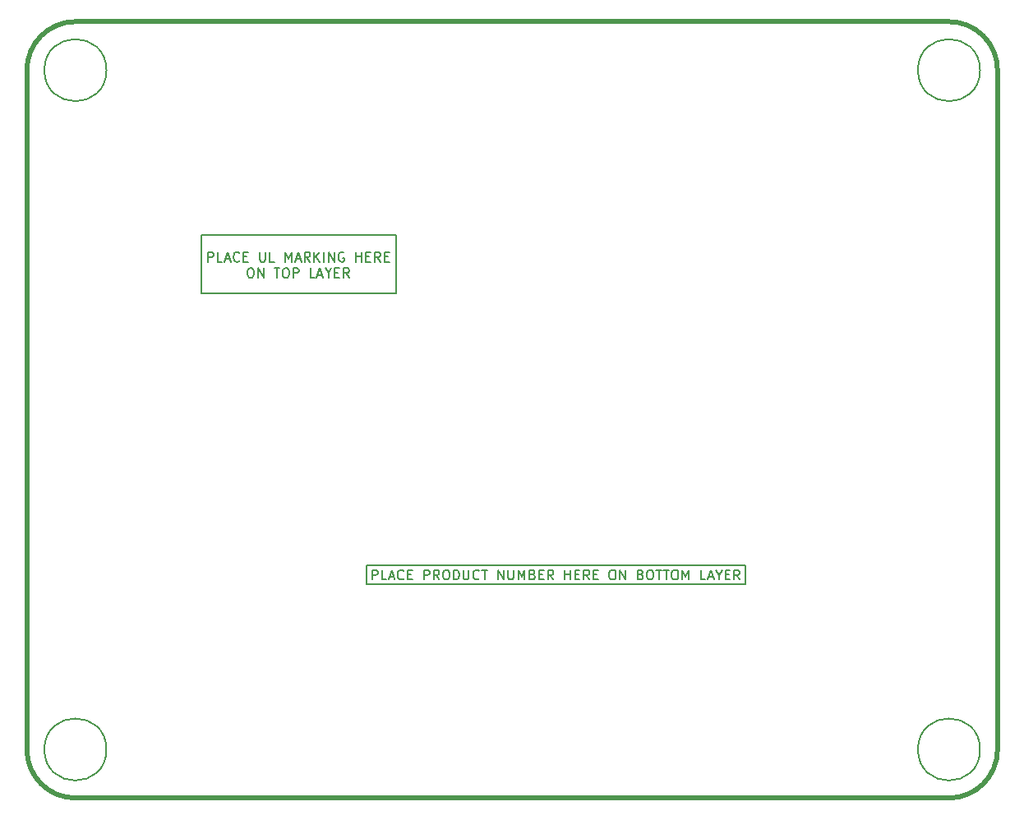
<source format=gbr>
G04 #@! TF.GenerationSoftware,KiCad,Pcbnew,(5.1.8)-1*
G04 #@! TF.CreationDate,2021-02-11T17:25:07-06:00*
G04 #@! TF.ProjectId,CANDash 2,43414e44-6173-4682-9032-2e6b69636164,2A*
G04 #@! TF.SameCoordinates,Original*
G04 #@! TF.FileFunction,Other,Comment*
%FSLAX46Y46*%
G04 Gerber Fmt 4.6, Leading zero omitted, Abs format (unit mm)*
G04 Created by KiCad (PCBNEW (5.1.8)-1) date 2021-02-11 17:25:07*
%MOMM*%
%LPD*%
G01*
G04 APERTURE LIST*
%ADD10C,0.150000*%
G04 #@! TA.AperFunction,Profile*
%ADD11C,0.508000*%
G04 #@! TD*
G04 APERTURE END LIST*
D10*
X174000000Y-123000000D02*
X174000000Y-121000000D01*
X135000000Y-123000000D02*
X135000000Y-121000000D01*
X135578038Y-122499380D02*
X135578038Y-121499380D01*
X135958990Y-121499380D01*
X136054228Y-121547000D01*
X136101847Y-121594619D01*
X136149466Y-121689857D01*
X136149466Y-121832714D01*
X136101847Y-121927952D01*
X136054228Y-121975571D01*
X135958990Y-122023190D01*
X135578038Y-122023190D01*
X137054228Y-122499380D02*
X136578038Y-122499380D01*
X136578038Y-121499380D01*
X137339942Y-122213666D02*
X137816133Y-122213666D01*
X137244704Y-122499380D02*
X137578038Y-121499380D01*
X137911371Y-122499380D01*
X138816133Y-122404142D02*
X138768514Y-122451761D01*
X138625657Y-122499380D01*
X138530419Y-122499380D01*
X138387561Y-122451761D01*
X138292323Y-122356523D01*
X138244704Y-122261285D01*
X138197085Y-122070809D01*
X138197085Y-121927952D01*
X138244704Y-121737476D01*
X138292323Y-121642238D01*
X138387561Y-121547000D01*
X138530419Y-121499380D01*
X138625657Y-121499380D01*
X138768514Y-121547000D01*
X138816133Y-121594619D01*
X139244704Y-121975571D02*
X139578038Y-121975571D01*
X139720895Y-122499380D02*
X139244704Y-122499380D01*
X139244704Y-121499380D01*
X139720895Y-121499380D01*
X140911371Y-122499380D02*
X140911371Y-121499380D01*
X141292323Y-121499380D01*
X141387561Y-121547000D01*
X141435180Y-121594619D01*
X141482800Y-121689857D01*
X141482800Y-121832714D01*
X141435180Y-121927952D01*
X141387561Y-121975571D01*
X141292323Y-122023190D01*
X140911371Y-122023190D01*
X142482800Y-122499380D02*
X142149466Y-122023190D01*
X141911371Y-122499380D02*
X141911371Y-121499380D01*
X142292323Y-121499380D01*
X142387561Y-121547000D01*
X142435180Y-121594619D01*
X142482800Y-121689857D01*
X142482800Y-121832714D01*
X142435180Y-121927952D01*
X142387561Y-121975571D01*
X142292323Y-122023190D01*
X141911371Y-122023190D01*
X143101847Y-121499380D02*
X143292323Y-121499380D01*
X143387561Y-121547000D01*
X143482800Y-121642238D01*
X143530419Y-121832714D01*
X143530419Y-122166047D01*
X143482800Y-122356523D01*
X143387561Y-122451761D01*
X143292323Y-122499380D01*
X143101847Y-122499380D01*
X143006609Y-122451761D01*
X142911371Y-122356523D01*
X142863752Y-122166047D01*
X142863752Y-121832714D01*
X142911371Y-121642238D01*
X143006609Y-121547000D01*
X143101847Y-121499380D01*
X143958990Y-122499380D02*
X143958990Y-121499380D01*
X144197085Y-121499380D01*
X144339942Y-121547000D01*
X144435180Y-121642238D01*
X144482800Y-121737476D01*
X144530419Y-121927952D01*
X144530419Y-122070809D01*
X144482800Y-122261285D01*
X144435180Y-122356523D01*
X144339942Y-122451761D01*
X144197085Y-122499380D01*
X143958990Y-122499380D01*
X144958990Y-121499380D02*
X144958990Y-122308904D01*
X145006609Y-122404142D01*
X145054228Y-122451761D01*
X145149466Y-122499380D01*
X145339942Y-122499380D01*
X145435180Y-122451761D01*
X145482800Y-122404142D01*
X145530419Y-122308904D01*
X145530419Y-121499380D01*
X146578038Y-122404142D02*
X146530419Y-122451761D01*
X146387561Y-122499380D01*
X146292323Y-122499380D01*
X146149466Y-122451761D01*
X146054228Y-122356523D01*
X146006609Y-122261285D01*
X145958990Y-122070809D01*
X145958990Y-121927952D01*
X146006609Y-121737476D01*
X146054228Y-121642238D01*
X146149466Y-121547000D01*
X146292323Y-121499380D01*
X146387561Y-121499380D01*
X146530419Y-121547000D01*
X146578038Y-121594619D01*
X146863752Y-121499380D02*
X147435180Y-121499380D01*
X147149466Y-122499380D02*
X147149466Y-121499380D01*
X148530419Y-122499380D02*
X148530419Y-121499380D01*
X149101847Y-122499380D01*
X149101847Y-121499380D01*
X149578038Y-121499380D02*
X149578038Y-122308904D01*
X149625657Y-122404142D01*
X149673276Y-122451761D01*
X149768514Y-122499380D01*
X149958990Y-122499380D01*
X150054228Y-122451761D01*
X150101847Y-122404142D01*
X150149466Y-122308904D01*
X150149466Y-121499380D01*
X150625657Y-122499380D02*
X150625657Y-121499380D01*
X150958990Y-122213666D01*
X151292323Y-121499380D01*
X151292323Y-122499380D01*
X152101847Y-121975571D02*
X152244704Y-122023190D01*
X152292323Y-122070809D01*
X152339942Y-122166047D01*
X152339942Y-122308904D01*
X152292323Y-122404142D01*
X152244704Y-122451761D01*
X152149466Y-122499380D01*
X151768514Y-122499380D01*
X151768514Y-121499380D01*
X152101847Y-121499380D01*
X152197085Y-121547000D01*
X152244704Y-121594619D01*
X152292323Y-121689857D01*
X152292323Y-121785095D01*
X152244704Y-121880333D01*
X152197085Y-121927952D01*
X152101847Y-121975571D01*
X151768514Y-121975571D01*
X152768514Y-121975571D02*
X153101847Y-121975571D01*
X153244704Y-122499380D02*
X152768514Y-122499380D01*
X152768514Y-121499380D01*
X153244704Y-121499380D01*
X154244704Y-122499380D02*
X153911371Y-122023190D01*
X153673276Y-122499380D02*
X153673276Y-121499380D01*
X154054228Y-121499380D01*
X154149466Y-121547000D01*
X154197085Y-121594619D01*
X154244704Y-121689857D01*
X154244704Y-121832714D01*
X154197085Y-121927952D01*
X154149466Y-121975571D01*
X154054228Y-122023190D01*
X153673276Y-122023190D01*
X155435180Y-122499380D02*
X155435180Y-121499380D01*
X155435180Y-121975571D02*
X156006609Y-121975571D01*
X156006609Y-122499380D02*
X156006609Y-121499380D01*
X156482800Y-121975571D02*
X156816133Y-121975571D01*
X156958990Y-122499380D02*
X156482800Y-122499380D01*
X156482800Y-121499380D01*
X156958990Y-121499380D01*
X157958990Y-122499380D02*
X157625657Y-122023190D01*
X157387561Y-122499380D02*
X157387561Y-121499380D01*
X157768514Y-121499380D01*
X157863752Y-121547000D01*
X157911371Y-121594619D01*
X157958990Y-121689857D01*
X157958990Y-121832714D01*
X157911371Y-121927952D01*
X157863752Y-121975571D01*
X157768514Y-122023190D01*
X157387561Y-122023190D01*
X158387561Y-121975571D02*
X158720895Y-121975571D01*
X158863752Y-122499380D02*
X158387561Y-122499380D01*
X158387561Y-121499380D01*
X158863752Y-121499380D01*
X160244704Y-121499380D02*
X160435180Y-121499380D01*
X160530419Y-121547000D01*
X160625657Y-121642238D01*
X160673276Y-121832714D01*
X160673276Y-122166047D01*
X160625657Y-122356523D01*
X160530419Y-122451761D01*
X160435180Y-122499380D01*
X160244704Y-122499380D01*
X160149466Y-122451761D01*
X160054228Y-122356523D01*
X160006609Y-122166047D01*
X160006609Y-121832714D01*
X160054228Y-121642238D01*
X160149466Y-121547000D01*
X160244704Y-121499380D01*
X161101847Y-122499380D02*
X161101847Y-121499380D01*
X161673276Y-122499380D01*
X161673276Y-121499380D01*
X163244704Y-121975571D02*
X163387561Y-122023190D01*
X163435180Y-122070809D01*
X163482800Y-122166047D01*
X163482800Y-122308904D01*
X163435180Y-122404142D01*
X163387561Y-122451761D01*
X163292323Y-122499380D01*
X162911371Y-122499380D01*
X162911371Y-121499380D01*
X163244704Y-121499380D01*
X163339942Y-121547000D01*
X163387561Y-121594619D01*
X163435180Y-121689857D01*
X163435180Y-121785095D01*
X163387561Y-121880333D01*
X163339942Y-121927952D01*
X163244704Y-121975571D01*
X162911371Y-121975571D01*
X164101847Y-121499380D02*
X164292323Y-121499380D01*
X164387561Y-121547000D01*
X164482800Y-121642238D01*
X164530419Y-121832714D01*
X164530419Y-122166047D01*
X164482800Y-122356523D01*
X164387561Y-122451761D01*
X164292323Y-122499380D01*
X164101847Y-122499380D01*
X164006609Y-122451761D01*
X163911371Y-122356523D01*
X163863752Y-122166047D01*
X163863752Y-121832714D01*
X163911371Y-121642238D01*
X164006609Y-121547000D01*
X164101847Y-121499380D01*
X164816133Y-121499380D02*
X165387561Y-121499380D01*
X165101847Y-122499380D02*
X165101847Y-121499380D01*
X165578038Y-121499380D02*
X166149466Y-121499380D01*
X165863752Y-122499380D02*
X165863752Y-121499380D01*
X166673276Y-121499380D02*
X166863752Y-121499380D01*
X166958990Y-121547000D01*
X167054228Y-121642238D01*
X167101847Y-121832714D01*
X167101847Y-122166047D01*
X167054228Y-122356523D01*
X166958990Y-122451761D01*
X166863752Y-122499380D01*
X166673276Y-122499380D01*
X166578038Y-122451761D01*
X166482800Y-122356523D01*
X166435180Y-122166047D01*
X166435180Y-121832714D01*
X166482800Y-121642238D01*
X166578038Y-121547000D01*
X166673276Y-121499380D01*
X167530419Y-122499380D02*
X167530419Y-121499380D01*
X167863752Y-122213666D01*
X168197085Y-121499380D01*
X168197085Y-122499380D01*
X169911371Y-122499380D02*
X169435180Y-122499380D01*
X169435180Y-121499380D01*
X170197085Y-122213666D02*
X170673276Y-122213666D01*
X170101847Y-122499380D02*
X170435180Y-121499380D01*
X170768514Y-122499380D01*
X171292323Y-122023190D02*
X171292323Y-122499380D01*
X170958990Y-121499380D02*
X171292323Y-122023190D01*
X171625657Y-121499380D01*
X171958990Y-121975571D02*
X172292323Y-121975571D01*
X172435180Y-122499380D02*
X171958990Y-122499380D01*
X171958990Y-121499380D01*
X172435180Y-121499380D01*
X173435180Y-122499380D02*
X173101847Y-122023190D01*
X172863752Y-122499380D02*
X172863752Y-121499380D01*
X173244704Y-121499380D01*
X173339942Y-121547000D01*
X173387561Y-121594619D01*
X173435180Y-121689857D01*
X173435180Y-121832714D01*
X173387561Y-121927952D01*
X173339942Y-121975571D01*
X173244704Y-122023190D01*
X172863752Y-122023190D01*
X174000000Y-121000000D02*
X135000000Y-121000000D01*
X174000000Y-123000000D02*
X135000000Y-123000000D01*
X118655676Y-89746580D02*
X118655676Y-88746580D01*
X119036628Y-88746580D01*
X119131866Y-88794200D01*
X119179485Y-88841819D01*
X119227104Y-88937057D01*
X119227104Y-89079914D01*
X119179485Y-89175152D01*
X119131866Y-89222771D01*
X119036628Y-89270390D01*
X118655676Y-89270390D01*
X120131866Y-89746580D02*
X119655676Y-89746580D01*
X119655676Y-88746580D01*
X120417580Y-89460866D02*
X120893771Y-89460866D01*
X120322342Y-89746580D02*
X120655676Y-88746580D01*
X120989009Y-89746580D01*
X121893771Y-89651342D02*
X121846152Y-89698961D01*
X121703295Y-89746580D01*
X121608057Y-89746580D01*
X121465200Y-89698961D01*
X121369961Y-89603723D01*
X121322342Y-89508485D01*
X121274723Y-89318009D01*
X121274723Y-89175152D01*
X121322342Y-88984676D01*
X121369961Y-88889438D01*
X121465200Y-88794200D01*
X121608057Y-88746580D01*
X121703295Y-88746580D01*
X121846152Y-88794200D01*
X121893771Y-88841819D01*
X122322342Y-89222771D02*
X122655676Y-89222771D01*
X122798533Y-89746580D02*
X122322342Y-89746580D01*
X122322342Y-88746580D01*
X122798533Y-88746580D01*
X123989009Y-88746580D02*
X123989009Y-89556104D01*
X124036628Y-89651342D01*
X124084247Y-89698961D01*
X124179485Y-89746580D01*
X124369961Y-89746580D01*
X124465200Y-89698961D01*
X124512819Y-89651342D01*
X124560438Y-89556104D01*
X124560438Y-88746580D01*
X125512819Y-89746580D02*
X125036628Y-89746580D01*
X125036628Y-88746580D01*
X126608057Y-89746580D02*
X126608057Y-88746580D01*
X126941390Y-89460866D01*
X127274723Y-88746580D01*
X127274723Y-89746580D01*
X127703295Y-89460866D02*
X128179485Y-89460866D01*
X127608057Y-89746580D02*
X127941390Y-88746580D01*
X128274723Y-89746580D01*
X129179485Y-89746580D02*
X128846152Y-89270390D01*
X128608057Y-89746580D02*
X128608057Y-88746580D01*
X128989009Y-88746580D01*
X129084247Y-88794200D01*
X129131866Y-88841819D01*
X129179485Y-88937057D01*
X129179485Y-89079914D01*
X129131866Y-89175152D01*
X129084247Y-89222771D01*
X128989009Y-89270390D01*
X128608057Y-89270390D01*
X129608057Y-89746580D02*
X129608057Y-88746580D01*
X130179485Y-89746580D02*
X129750914Y-89175152D01*
X130179485Y-88746580D02*
X129608057Y-89318009D01*
X130608057Y-89746580D02*
X130608057Y-88746580D01*
X131084247Y-89746580D02*
X131084247Y-88746580D01*
X131655676Y-89746580D01*
X131655676Y-88746580D01*
X132655676Y-88794200D02*
X132560438Y-88746580D01*
X132417580Y-88746580D01*
X132274723Y-88794200D01*
X132179485Y-88889438D01*
X132131866Y-88984676D01*
X132084247Y-89175152D01*
X132084247Y-89318009D01*
X132131866Y-89508485D01*
X132179485Y-89603723D01*
X132274723Y-89698961D01*
X132417580Y-89746580D01*
X132512819Y-89746580D01*
X132655676Y-89698961D01*
X132703295Y-89651342D01*
X132703295Y-89318009D01*
X132512819Y-89318009D01*
X133893771Y-89746580D02*
X133893771Y-88746580D01*
X133893771Y-89222771D02*
X134465200Y-89222771D01*
X134465200Y-89746580D02*
X134465200Y-88746580D01*
X134941390Y-89222771D02*
X135274723Y-89222771D01*
X135417580Y-89746580D02*
X134941390Y-89746580D01*
X134941390Y-88746580D01*
X135417580Y-88746580D01*
X136417580Y-89746580D02*
X136084247Y-89270390D01*
X135846152Y-89746580D02*
X135846152Y-88746580D01*
X136227104Y-88746580D01*
X136322342Y-88794200D01*
X136369961Y-88841819D01*
X136417580Y-88937057D01*
X136417580Y-89079914D01*
X136369961Y-89175152D01*
X136322342Y-89222771D01*
X136227104Y-89270390D01*
X135846152Y-89270390D01*
X136846152Y-89222771D02*
X137179485Y-89222771D01*
X137322342Y-89746580D02*
X136846152Y-89746580D01*
X136846152Y-88746580D01*
X137322342Y-88746580D01*
X122965200Y-90396580D02*
X123155676Y-90396580D01*
X123250914Y-90444200D01*
X123346152Y-90539438D01*
X123393771Y-90729914D01*
X123393771Y-91063247D01*
X123346152Y-91253723D01*
X123250914Y-91348961D01*
X123155676Y-91396580D01*
X122965200Y-91396580D01*
X122869961Y-91348961D01*
X122774723Y-91253723D01*
X122727104Y-91063247D01*
X122727104Y-90729914D01*
X122774723Y-90539438D01*
X122869961Y-90444200D01*
X122965200Y-90396580D01*
X123822342Y-91396580D02*
X123822342Y-90396580D01*
X124393771Y-91396580D01*
X124393771Y-90396580D01*
X125489009Y-90396580D02*
X126060438Y-90396580D01*
X125774723Y-91396580D02*
X125774723Y-90396580D01*
X126584247Y-90396580D02*
X126774723Y-90396580D01*
X126869961Y-90444200D01*
X126965200Y-90539438D01*
X127012819Y-90729914D01*
X127012819Y-91063247D01*
X126965200Y-91253723D01*
X126869961Y-91348961D01*
X126774723Y-91396580D01*
X126584247Y-91396580D01*
X126489009Y-91348961D01*
X126393771Y-91253723D01*
X126346152Y-91063247D01*
X126346152Y-90729914D01*
X126393771Y-90539438D01*
X126489009Y-90444200D01*
X126584247Y-90396580D01*
X127441390Y-91396580D02*
X127441390Y-90396580D01*
X127822342Y-90396580D01*
X127917580Y-90444200D01*
X127965200Y-90491819D01*
X128012819Y-90587057D01*
X128012819Y-90729914D01*
X127965200Y-90825152D01*
X127917580Y-90872771D01*
X127822342Y-90920390D01*
X127441390Y-90920390D01*
X129679485Y-91396580D02*
X129203295Y-91396580D01*
X129203295Y-90396580D01*
X129965200Y-91110866D02*
X130441390Y-91110866D01*
X129869961Y-91396580D02*
X130203295Y-90396580D01*
X130536628Y-91396580D01*
X131060438Y-90920390D02*
X131060438Y-91396580D01*
X130727104Y-90396580D02*
X131060438Y-90920390D01*
X131393771Y-90396580D01*
X131727104Y-90872771D02*
X132060438Y-90872771D01*
X132203295Y-91396580D02*
X131727104Y-91396580D01*
X131727104Y-90396580D01*
X132203295Y-90396580D01*
X133203295Y-91396580D02*
X132869961Y-90920390D01*
X132631866Y-91396580D02*
X132631866Y-90396580D01*
X133012819Y-90396580D01*
X133108057Y-90444200D01*
X133155676Y-90491819D01*
X133203295Y-90587057D01*
X133203295Y-90729914D01*
X133155676Y-90825152D01*
X133108057Y-90872771D01*
X133012819Y-90920390D01*
X132631866Y-90920390D01*
X138000000Y-87000000D02*
X138000000Y-93000000D01*
X118000000Y-93000000D02*
X138000000Y-93000000D01*
X118000000Y-87000000D02*
X118000000Y-93000000D01*
X118000000Y-87000000D02*
X138000000Y-87000000D01*
D11*
X105000000Y-65000000D02*
X195000000Y-65000000D01*
X200000000Y-70000000D02*
X200000000Y-140000000D01*
X200000000Y-70000000D02*
G75*
G03*
X195000000Y-65000000I-5000000J0D01*
G01*
X100000000Y-70000000D02*
X100000000Y-140000000D01*
X105000000Y-65000000D02*
G75*
G03*
X100000000Y-70000000I0J-5000000D01*
G01*
X195000000Y-145000000D02*
X105000000Y-145000000D01*
X195000000Y-145000000D02*
G75*
G03*
X200000000Y-140000000I0J5000000D01*
G01*
X100000000Y-140000000D02*
G75*
G03*
X105000000Y-145000000I5000000J0D01*
G01*
D10*
X198200000Y-140000000D02*
G75*
G03*
X198200000Y-140000000I-3200000J0D01*
G01*
X108200000Y-140000000D02*
G75*
G03*
X108200000Y-140000000I-3200000J0D01*
G01*
X198200000Y-70000000D02*
G75*
G03*
X198200000Y-70000000I-3200000J0D01*
G01*
X108200000Y-70000000D02*
G75*
G03*
X108200000Y-70000000I-3200000J0D01*
G01*
M02*

</source>
